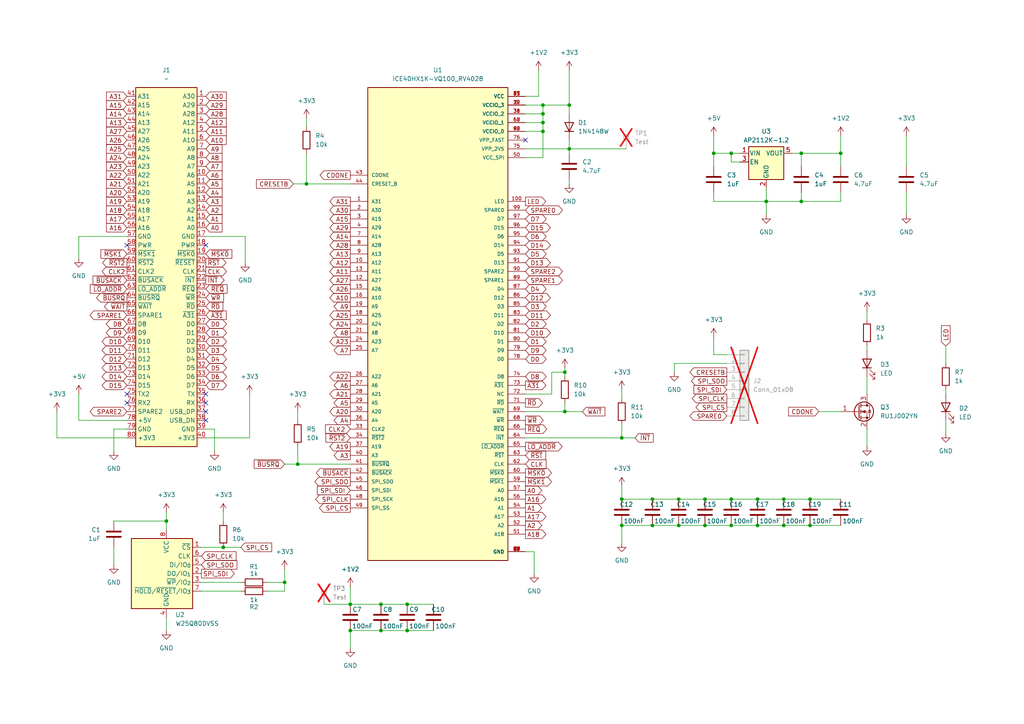
<source format=kicad_sch>
(kicad_sch (version 20250114) (generator "eeschema") (generator_version "9.0")
  (paper "A4")
  (title_block (title "RV4028 CPU Module") (date "2025-10-25") (rev "v0.1") (company "Team Rebellion"))
  (junction (at 165.1 30.48))
  (junction (at 196.85 152.4))
  (junction (at 86.36 134.62))
  (junction (at 110.49 175.26))
  (junction (at 180.34 127))
  (junction (at 110.49 182.88))
  (junction (at 157.48 30.48))
  (junction (at 101.6 182.88))
  (junction (at 243.84 44.45))
  (junction (at 101.6 175.26))
  (junction (at 157.48 35.56))
  (junction (at 204.47 152.4))
  (junction (at 157.48 38.1))
  (junction (at 180.34 152.4))
  (junction (at 82.55 168.91))
  (junction (at 227.33 152.4))
  (junction (at 64.77 158.75))
  (junction (at 88.9 53.34))
  (junction (at 189.23 152.4))
  (junction (at 204.47 144.78))
  (junction (at 232.41 44.45))
  (junction (at 212.09 44.45))
  (junction (at 163.83 107.95))
  (junction (at 118.11 175.26))
  (junction (at 234.95 144.78))
  (junction (at 165.1 43.18))
  (junction (at 48.26 151.13))
  (junction (at 189.23 144.78))
  (junction (at 196.85 144.78))
  (junction (at 227.33 144.78))
  (junction (at 118.11 182.88))
  (junction (at 232.41 58.42))
  (junction (at 180.34 144.78))
  (junction (at 207.01 44.45))
  (junction (at 157.48 33.02))
  (junction (at 219.71 144.78))
  (junction (at 163.83 119.38))
  (junction (at 212.09 152.4))
  (junction (at 212.09 144.78))
  (junction (at 219.71 152.4))
  (junction (at 234.95 152.4))
  (junction (at 222.25 58.42))
  (no_connect (at 59.69 116.84))
  (no_connect (at 36.83 116.84))
  (no_connect (at 59.69 114.3))
  (no_connect (at 59.69 121.92))
  (no_connect (at 152.4 40.64))
  (no_connect (at 59.69 71.12))
  (no_connect (at 36.83 71.12))
  (no_connect (at 36.83 114.3))
  (no_connect (at 59.69 119.38))
  (wire (pts (xy 163.83 119.38) (xy 152.4 119.38)))
  (wire (pts (xy 58.42 171.45) (xy 69.85 171.45)))
  (wire (pts (xy 152.4 114.3) (xy 160.02 114.3)))
  (wire (pts (xy 72.39 114.3) (xy 72.39 127)))
  (wire (pts (xy 165.1 33.02) (xy 165.1 30.48)))
  (wire (pts (xy 48.26 179.07) (xy 48.26 182.88)))
  (wire (pts (xy 243.84 44.45) (xy 243.84 48.26)))
  (wire (pts (xy 232.41 44.45) (xy 232.41 48.26)))
  (wire (pts (xy 152.4 160.02) (xy 154.94 160.02)))
  (wire (pts (xy 101.6 182.88) (xy 101.6 187.96)))
  (wire (pts (xy 22.86 121.92) (xy 22.86 114.3)))
  (wire (pts (xy 243.84 58.42) (xy 232.41 58.42)))
  (wire (pts (xy 204.47 152.4) (xy 212.09 152.4)))
  (wire (pts (xy 262.89 39.37) (xy 262.89 48.26)))
  (wire (pts (xy 219.71 152.4) (xy 227.33 152.4)))
  (wire (pts (xy 165.1 30.48) (xy 165.1 20.32)))
  (wire (pts (xy 36.83 124.46) (xy 33.02 124.46)))
  (wire (pts (xy 251.46 90.17) (xy 251.46 92.71)))
  (wire (pts (xy 82.55 168.91) (xy 82.55 165.1)))
  (wire (pts (xy 180.34 140.97) (xy 180.34 144.78)))
  (wire (pts (xy 168.91 119.38) (xy 163.83 119.38)))
  (wire (pts (xy 16.51 119.38) (xy 16.51 127)))
  (wire (pts (xy 33.02 151.13) (xy 48.26 151.13)))
  (wire (pts (xy 180.34 152.4) (xy 189.23 152.4)))
  (wire (pts (xy 207.01 102.87) (xy 207.01 97.79)))
  (wire (pts (xy 152.4 45.72) (xy 157.48 45.72)))
  (wire (pts (xy 207.01 39.37) (xy 207.01 44.45)))
  (wire (pts (xy 152.4 27.94) (xy 156.21 27.94)))
  (wire (pts (xy 64.77 148.59) (xy 64.77 151.13)))
  (wire (pts (xy 165.1 43.18) (xy 181.61 43.18)))
  (wire (pts (xy 157.48 33.02) (xy 157.48 35.56)))
  (wire (pts (xy 180.34 127) (xy 152.4 127)))
  (wire (pts (xy 207.01 58.42) (xy 222.25 58.42)))
  (wire (pts (xy 196.85 152.4) (xy 204.47 152.4)))
  (wire (pts (xy 207.01 44.45) (xy 207.01 48.26)))
  (wire (pts (xy 163.83 107.95) (xy 163.83 109.22)))
  (wire (pts (xy 22.86 74.93) (xy 22.86 68.58)))
  (wire (pts (xy 274.32 121.92) (xy 274.32 125.73)))
  (wire (pts (xy 234.95 152.4) (xy 243.84 152.4)))
  (wire (pts (xy 157.48 45.72) (xy 157.48 38.1)))
  (wire (pts (xy 204.47 144.78) (xy 212.09 144.78)))
  (wire (pts (xy 196.85 144.78) (xy 204.47 144.78)))
  (wire (pts (xy 234.95 144.78) (xy 243.84 144.78)))
  (wire (pts (xy 165.1 43.18) (xy 165.1 40.64)))
  (wire (pts (xy 229.87 44.45) (xy 232.41 44.45)))
  (wire (pts (xy 152.4 38.1) (xy 157.48 38.1)))
  (wire (pts (xy 156.21 27.94) (xy 156.21 20.32)))
  (wire (pts (xy 59.69 124.46) (xy 62.23 124.46)))
  (wire (pts (xy 88.9 44.45) (xy 88.9 53.34)))
  (wire (pts (xy 214.63 46.99) (xy 212.09 46.99)))
  (wire (pts (xy 118.11 182.88) (xy 125.73 182.88)))
  (wire (pts (xy 85.09 53.34) (xy 88.9 53.34)))
  (wire (pts (xy 251.46 124.46) (xy 251.46 129.54)))
  (wire (pts (xy 180.34 113.03) (xy 180.34 115.57)))
  (wire (pts (xy 86.36 129.54) (xy 86.36 134.62)))
  (wire (pts (xy 212.09 44.45) (xy 214.63 44.45)))
  (wire (pts (xy 210.82 105.41) (xy 195.58 105.41)))
  (wire (pts (xy 160.02 107.95) (xy 163.83 107.95)))
  (wire (pts (xy 86.36 119.38) (xy 86.36 121.92)))
  (wire (pts (xy 88.9 53.34) (xy 101.6 53.34)))
  (wire (pts (xy 157.48 35.56) (xy 157.48 38.1)))
  (wire (pts (xy 22.86 68.58) (xy 36.83 68.58)))
  (wire (pts (xy 152.4 35.56) (xy 157.48 35.56)))
  (wire (pts (xy 251.46 101.6) (xy 251.46 100.33)))
  (wire (pts (xy 16.51 127) (xy 36.83 127)))
  (wire (pts (xy 274.32 114.3) (xy 274.32 113.03)))
  (wire (pts (xy 163.83 116.84) (xy 163.83 119.38)))
  (wire (pts (xy 58.42 168.91) (xy 69.85 168.91)))
  (wire (pts (xy 71.12 68.58) (xy 71.12 76.2)))
  (wire (pts (xy 152.4 30.48) (xy 157.48 30.48)))
  (wire (pts (xy 222.25 54.61) (xy 222.25 58.42)))
  (wire (pts (xy 227.33 152.4) (xy 234.95 152.4)))
  (wire (pts (xy 48.26 148.59) (xy 48.26 151.13)))
  (wire (pts (xy 184.15 127) (xy 180.34 127)))
  (wire (pts (xy 157.48 30.48) (xy 157.48 33.02)))
  (wire (pts (xy 110.49 175.26) (xy 118.11 175.26)))
  (wire (pts (xy 118.11 175.26) (xy 125.73 175.26)))
  (wire (pts (xy 195.58 105.41) (xy 195.58 107.95)))
  (wire (pts (xy 152.4 33.02) (xy 157.48 33.02)))
  (wire (pts (xy 59.69 127) (xy 72.39 127)))
  (wire (pts (xy 86.36 134.62) (xy 101.6 134.62)))
  (wire (pts (xy 152.4 43.18) (xy 165.1 43.18)))
  (wire (pts (xy 62.23 124.46) (xy 62.23 130.81)))
  (wire (pts (xy 243.84 55.88) (xy 243.84 58.42)))
  (wire (pts (xy 212.09 144.78) (xy 219.71 144.78)))
  (wire (pts (xy 82.55 171.45) (xy 82.55 168.91)))
  (wire (pts (xy 189.23 152.4) (xy 196.85 152.4)))
  (wire (pts (xy 222.25 58.42) (xy 232.41 58.42)))
  (wire (pts (xy 64.77 158.75) (xy 58.42 158.75)))
  (wire (pts (xy 101.6 182.88) (xy 110.49 182.88)))
  (wire (pts (xy 212.09 46.99) (xy 212.09 44.45)))
  (wire (pts (xy 77.47 171.45) (xy 82.55 171.45)))
  (wire (pts (xy 212.09 152.4) (xy 219.71 152.4)))
  (wire (pts (xy 110.49 182.88) (xy 118.11 182.88)))
  (wire (pts (xy 163.83 106.68) (xy 163.83 107.95)))
  (wire (pts (xy 69.85 158.75) (xy 64.77 158.75)))
  (wire (pts (xy 59.69 68.58) (xy 71.12 68.58)))
  (wire (pts (xy 262.89 55.88) (xy 262.89 62.23)))
  (wire (pts (xy 243.84 44.45) (xy 243.84 39.37)))
  (wire (pts (xy 219.71 144.78) (xy 227.33 144.78)))
  (wire (pts (xy 165.1 52.07) (xy 165.1 53.34)))
  (wire (pts (xy 237.49 119.38) (xy 243.84 119.38)))
  (wire (pts (xy 36.83 121.92) (xy 22.86 121.92)))
  (wire (pts (xy 77.47 168.91) (xy 82.55 168.91)))
  (wire (pts (xy 180.34 123.19) (xy 180.34 127)))
  (wire (pts (xy 251.46 109.22) (xy 251.46 114.3)))
  (wire (pts (xy 165.1 44.45) (xy 165.1 43.18)))
  (wire (pts (xy 227.33 144.78) (xy 234.95 144.78)))
  (wire (pts (xy 189.23 144.78) (xy 196.85 144.78)))
  (wire (pts (xy 33.02 124.46) (xy 33.02 130.81)))
  (wire (pts (xy 48.26 151.13) (xy 48.26 153.67)))
  (wire (pts (xy 160.02 114.3) (xy 160.02 107.95)))
  (wire (pts (xy 180.34 144.78) (xy 189.23 144.78)))
  (wire (pts (xy 274.32 105.41) (xy 274.32 100.33)))
  (wire (pts (xy 222.25 58.42) (xy 222.25 62.23)))
  (wire (pts (xy 88.9 34.29) (xy 88.9 36.83)))
  (wire (pts (xy 207.01 44.45) (xy 212.09 44.45)))
  (wire (pts (xy 33.02 158.75) (xy 33.02 163.83)))
  (wire (pts (xy 232.41 58.42) (xy 232.41 55.88)))
  (wire (pts (xy 157.48 30.48) (xy 165.1 30.48)))
  (wire (pts (xy 101.6 170.18) (xy 101.6 175.26)))
  (wire (pts (xy 207.01 55.88) (xy 207.01 58.42)))
  (wire (pts (xy 101.6 175.26) (xy 110.49 175.26)))
  (wire (pts (xy 180.34 152.4) (xy 180.34 157.48)))
  (wire (pts (xy 93.98 175.26) (xy 101.6 175.26)))
  (wire (pts (xy 207.01 102.87) (xy 210.82 102.87)))
  (wire (pts (xy 82.55 134.62) (xy 86.36 134.62)))
  (wire (pts (xy 232.41 44.45) (xy 243.84 44.45)))
  (wire (pts (xy 154.94 160.02) (xy 154.94 166.37)))
  (global_label "A21" (shape output) (at 101.6 114.3 180) (property "Intersheetrefs" "${INTERSHEET_REFS}" (effects (hide yes))))
  (global_label "A7" (shape output) (at 101.6 101.6 180) (property "Intersheetrefs" "${INTERSHEET_REFS}" (effects (hide yes))))
  (global_label "~{WR}" (shape input) (at 59.69 86.36 0) (property "Intersheetrefs" "${INTERSHEET_REFS}" (effects (hide yes))))
  (global_label "~{BUSRQ}" (shape input) (at 82.55 134.62 180) (property "Intersheetrefs" "${INTERSHEET_REFS}" (effects (hide yes))))
  (global_label "~{LO_ADDR}" (shape input) (at 36.83 83.82 180) (property "Intersheetrefs" "${INTERSHEET_REFS}" (effects (hide yes))))
  (global_label "SPI_SDI" (shape output) (at 58.42 166.37 0) (property "Intersheetrefs" "${INTERSHEET_REFS}" (effects (hide yes))))
  (global_label "~{MSK0}" (shape input) (at 59.69 73.66 0) (property "Intersheetrefs" "${INTERSHEET_REFS}" (effects (hide yes))))
  (global_label "~{MSK0}" (shape output) (at 152.4 137.16 0) (property "Intersheetrefs" "${INTERSHEET_REFS}" (effects (hide yes))))
  (global_label "D1" (shape bidirectional) (at 59.69 96.52 0) (property "Intersheetrefs" "${INTERSHEET_REFS}" (effects (hide yes))))
  (global_label "LED" (shape output) (at 152.4 58.42 0) (property "Intersheetrefs" "${INTERSHEET_REFS}" (effects (hide yes))))
  (global_label "D1" (shape bidirectional) (at 152.4 99.06 0) (property "Intersheetrefs" "${INTERSHEET_REFS}" (effects (hide yes))))
  (global_label "A12" (shape input) (at 59.69 35.56 0) (property "Intersheetrefs" "${INTERSHEET_REFS}" (effects (hide yes))))
  (global_label "D15" (shape bidirectional) (at 152.4 66.04 0) (property "Intersheetrefs" "${INTERSHEET_REFS}" (effects (hide yes))))
  (global_label "D5" (shape bidirectional) (at 152.4 73.66 0) (property "Intersheetrefs" "${INTERSHEET_REFS}" (effects (hide yes))))
  (global_label "A22" (shape output) (at 101.6 109.22 180) (property "Intersheetrefs" "${INTERSHEET_REFS}" (effects (hide yes))))
  (global_label "A0" (shape input) (at 59.69 66.04 0) (property "Intersheetrefs" "${INTERSHEET_REFS}" (effects (hide yes))))
  (global_label "A22" (shape input) (at 36.83 50.8 180) (property "Intersheetrefs" "${INTERSHEET_REFS}" (effects (hide yes))))
  (global_label "A6" (shape output) (at 101.6 111.76 180) (property "Intersheetrefs" "${INTERSHEET_REFS}" (effects (hide yes))))
  (global_label "A20" (shape input) (at 36.83 55.88 180) (property "Intersheetrefs" "${INTERSHEET_REFS}" (effects (hide yes))))
  (global_label "A12" (shape output) (at 101.6 76.2 180) (property "Intersheetrefs" "${INTERSHEET_REFS}" (effects (hide yes))))
  (global_label "SPI_SDO" (shape output) (at 210.82 110.49 180) (property "Intersheetrefs" "${INTERSHEET_REFS}" (effects (hide yes))))
  (global_label "~{BUSRQ}" (shape output) (at 36.83 86.36 180) (property "Intersheetrefs" "${INTERSHEET_REFS}" (effects (hide yes))))
  (global_label "CLK" (shape output) (at 59.69 78.74 0) (property "Intersheetrefs" "${INTERSHEET_REFS}" (effects (hide yes))))
  (global_label "A16" (shape output) (at 152.4 144.78 0) (property "Intersheetrefs" "${INTERSHEET_REFS}" (effects (hide yes))))
  (global_label "D7" (shape bidirectional) (at 152.4 63.5 0) (property "Intersheetrefs" "${INTERSHEET_REFS}" (effects (hide yes))))
  (global_label "D11" (shape bidirectional) (at 36.83 101.6 180) (property "Intersheetrefs" "${INTERSHEET_REFS}" (effects (hide yes))))
  (global_label "A24" (shape output) (at 101.6 93.98 180) (property "Intersheetrefs" "${INTERSHEET_REFS}" (effects (hide yes))))
  (global_label "A1" (shape output) (at 152.4 147.32 0) (property "Intersheetrefs" "${INTERSHEET_REFS}" (effects (hide yes))))
  (global_label "SPARE1" (shape bidirectional) (at 36.83 91.44 180) (property "Intersheetrefs" "${INTERSHEET_REFS}" (effects (hide yes))))
  (global_label "D6" (shape bidirectional) (at 59.69 109.22 0) (property "Intersheetrefs" "${INTERSHEET_REFS}" (effects (hide yes))))
  (global_label "~{REQ}" (shape output) (at 152.4 124.46 0) (property "Intersheetrefs" "${INTERSHEET_REFS}" (effects (hide yes))))
  (global_label "~{WR}" (shape output) (at 152.4 121.92 0) (property "Intersheetrefs" "${INTERSHEET_REFS}" (effects (hide yes))))
  (global_label "CDONE" (shape input) (at 237.49 119.38 180) (property "Intersheetrefs" "${INTERSHEET_REFS}" (effects (hide yes))))
  (global_label "SPI_SDI" (shape input) (at 210.82 113.03 180) (property "Intersheetrefs" "${INTERSHEET_REFS}" (effects (hide yes))))
  (global_label "A18" (shape output) (at 152.4 154.94 0) (property "Intersheetrefs" "${INTERSHEET_REFS}" (effects (hide yes))))
  (global_label "A2" (shape output) (at 152.4 152.4 0) (property "Intersheetrefs" "${INTERSHEET_REFS}" (effects (hide yes))))
  (global_label "A11" (shape output) (at 101.6 78.74 180) (property "Intersheetrefs" "${INTERSHEET_REFS}" (effects (hide yes))))
  (global_label "D3" (shape bidirectional) (at 59.69 101.6 0) (property "Intersheetrefs" "${INTERSHEET_REFS}" (effects (hide yes))))
  (global_label "D12" (shape bidirectional) (at 36.83 104.14 180) (property "Intersheetrefs" "${INTERSHEET_REFS}" (effects (hide yes))))
  (global_label "SPI_CLK" (shape output) (at 210.82 115.57 180) (property "Intersheetrefs" "${INTERSHEET_REFS}" (effects (hide yes))))
  (global_label "A28" (shape input) (at 59.69 33.02 0) (property "Intersheetrefs" "${INTERSHEET_REFS}" (effects (hide yes))))
  (global_label "D11" (shape bidirectional) (at 152.4 91.44 0) (property "Intersheetrefs" "${INTERSHEET_REFS}" (effects (hide yes))))
  (global_label "~{WAIT}" (shape input) (at 168.91 119.38 0) (property "Intersheetrefs" "${INTERSHEET_REFS}" (effects (hide yes))))
  (global_label "A27" (shape input) (at 36.83 38.1 180) (property "Intersheetrefs" "${INTERSHEET_REFS}" (effects (hide yes))))
  (global_label "A30" (shape output) (at 101.6 60.96 180) (property "Intersheetrefs" "${INTERSHEET_REFS}" (effects (hide yes))))
  (global_label "A26" (shape output) (at 101.6 83.82 180) (property "Intersheetrefs" "${INTERSHEET_REFS}" (effects (hide yes))))
  (global_label "~{MSK1}" (shape output) (at 152.4 139.7 0) (property "Intersheetrefs" "${INTERSHEET_REFS}" (effects (hide yes))))
  (global_label "A2" (shape input) (at 59.69 60.96 0) (property "Intersheetrefs" "${INTERSHEET_REFS}" (effects (hide yes))))
  (global_label "A26" (shape input) (at 36.83 40.64 180) (property "Intersheetrefs" "${INTERSHEET_REFS}" (effects (hide yes))))
  (global_label "D12" (shape bidirectional) (at 152.4 86.36 0) (property "Intersheetrefs" "${INTERSHEET_REFS}" (effects (hide yes))))
  (global_label "A21" (shape input) (at 36.83 53.34 180) (property "Intersheetrefs" "${INTERSHEET_REFS}" (effects (hide yes))))
  (global_label "A10" (shape input) (at 59.69 40.64 0) (property "Intersheetrefs" "${INTERSHEET_REFS}" (effects (hide yes))))
  (global_label "~{RD}" (shape output) (at 152.4 116.84 0) (property "Intersheetrefs" "${INTERSHEET_REFS}" (effects (hide yes))))
  (global_label "CLK2" (shape output) (at 36.83 78.74 180) (property "Intersheetrefs" "${INTERSHEET_REFS}" (effects (hide yes))))
  (global_label "A18" (shape input) (at 36.83 60.96 180) (property "Intersheetrefs" "${INTERSHEET_REFS}" (effects (hide yes))))
  (global_label "A16" (shape input) (at 36.83 66.04 180) (property "Intersheetrefs" "${INTERSHEET_REFS}" (effects (hide yes))))
  (global_label "D5" (shape bidirectional) (at 59.69 106.68 0) (property "Intersheetrefs" "${INTERSHEET_REFS}" (effects (hide yes))))
  (global_label "D2" (shape bidirectional) (at 59.69 99.06 0) (property "Intersheetrefs" "${INTERSHEET_REFS}" (effects (hide yes))))
  (global_label "A14" (shape output) (at 101.6 68.58 180) (property "Intersheetrefs" "${INTERSHEET_REFS}" (effects (hide yes))))
  (global_label "D2" (shape bidirectional) (at 152.4 93.98 0) (property "Intersheetrefs" "${INTERSHEET_REFS}" (effects (hide yes))))
  (global_label "SPI_CLK" (shape output) (at 101.6 144.78 180) (property "Intersheetrefs" "${INTERSHEET_REFS}" (effects (hide yes))))
  (global_label "~{WAIT}" (shape output) (at 36.83 88.9 180) (property "Intersheetrefs" "${INTERSHEET_REFS}" (effects (hide yes))))
  (global_label "D4" (shape bidirectional) (at 152.4 83.82 0) (property "Intersheetrefs" "${INTERSHEET_REFS}" (effects (hide yes))))
  (global_label "A4" (shape output) (at 101.6 121.92 180) (property "Intersheetrefs" "${INTERSHEET_REFS}" (effects (hide yes))))
  (global_label "~{MSK1}" (shape input) (at 36.83 73.66 180) (property "Intersheetrefs" "${INTERSHEET_REFS}" (effects (hide yes))))
  (global_label "~{RST}" (shape input) (at 152.4 132.08 0) (property "Intersheetrefs" "${INTERSHEET_REFS}" (effects (hide yes))))
  (global_label "A4" (shape input) (at 59.69 55.88 0) (property "Intersheetrefs" "${INTERSHEET_REFS}" (effects (hide yes))))
  (global_label "D4" (shape bidirectional) (at 59.69 104.14 0) (property "Intersheetrefs" "${INTERSHEET_REFS}" (effects (hide yes))))
  (global_label "A28" (shape output) (at 101.6 71.12 180) (property "Intersheetrefs" "${INTERSHEET_REFS}" (effects (hide yes))))
  (global_label "~{BUSACK}" (shape output) (at 101.6 137.16 180) (property "Intersheetrefs" "${INTERSHEET_REFS}" (effects (hide yes))))
  (global_label "D0" (shape bidirectional) (at 59.69 93.98 0) (property "Intersheetrefs" "${INTERSHEET_REFS}" (effects (hide yes))))
  (global_label "SPI_SDI" (shape input) (at 101.6 142.24 180) (property "Intersheetrefs" "${INTERSHEET_REFS}" (effects (hide yes))))
  (global_label "A25" (shape input) (at 36.83 43.18 180) (property "Intersheetrefs" "${INTERSHEET_REFS}" (effects (hide yes))))
  (global_label "SPI_CLK" (shape input) (at 58.42 161.29 0) (property "Intersheetrefs" "${INTERSHEET_REFS}" (effects (hide yes))))
  (global_label "A24" (shape input) (at 36.83 45.72 180) (property "Intersheetrefs" "${INTERSHEET_REFS}" (effects (hide yes))))
  (global_label "A23" (shape input) (at 36.83 48.26 180) (property "Intersheetrefs" "${INTERSHEET_REFS}" (effects (hide yes))))
  (global_label "A19" (shape input) (at 36.83 58.42 180) (property "Intersheetrefs" "${INTERSHEET_REFS}" (effects (hide yes))))
  (global_label "A31" (shape output) (at 101.6 58.42 180) (property "Intersheetrefs" "${INTERSHEET_REFS}" (effects (hide yes))))
  (global_label "~{INT}" (shape input) (at 184.15 127 0) (property "Intersheetrefs" "${INTERSHEET_REFS}" (effects (hide yes))))
  (global_label "A10" (shape output) (at 101.6 86.36 180) (property "Intersheetrefs" "${INTERSHEET_REFS}" (effects (hide yes))))
  (global_label "A8" (shape output) (at 101.6 96.52 180) (property "Intersheetrefs" "${INTERSHEET_REFS}" (effects (hide yes))))
  (global_label "CLK2" (shape input) (at 101.6 124.46 180) (property "Intersheetrefs" "${INTERSHEET_REFS}" (effects (hide yes))))
  (global_label "D10" (shape bidirectional) (at 152.4 96.52 0) (property "Intersheetrefs" "${INTERSHEET_REFS}" (effects (hide yes))))
  (global_label "~{RST2}" (shape output) (at 36.83 76.2 180) (property "Intersheetrefs" "${INTERSHEET_REFS}" (effects (hide yes))))
  (global_label "A13" (shape output) (at 101.6 73.66 180) (property "Intersheetrefs" "${INTERSHEET_REFS}" (effects (hide yes))))
  (global_label "D0" (shape bidirectional) (at 152.4 104.14 0) (property "Intersheetrefs" "${INTERSHEET_REFS}" (effects (hide yes))))
  (global_label "~{A31}" (shape output) (at 152.4 111.76 0) (property "Intersheetrefs" "${INTERSHEET_REFS}" (effects (hide yes))))
  (global_label "A6" (shape input) (at 59.69 50.8 0) (property "Intersheetrefs" "${INTERSHEET_REFS}" (effects (hide yes))))
  (global_label "A17" (shape output) (at 152.4 149.86 0) (property "Intersheetrefs" "${INTERSHEET_REFS}" (effects (hide yes))))
  (global_label "~{RD}" (shape input) (at 59.69 88.9 0) (property "Intersheetrefs" "${INTERSHEET_REFS}" (effects (hide yes))))
  (global_label "A14" (shape input) (at 36.83 33.02 180) (property "Intersheetrefs" "${INTERSHEET_REFS}" (effects (hide yes))))
  (global_label "SPI_CS" (shape output) (at 101.6 147.32 180) (property "Intersheetrefs" "${INTERSHEET_REFS}" (effects (hide yes))))
  (global_label "A15" (shape input) (at 36.83 30.48 180) (property "Intersheetrefs" "${INTERSHEET_REFS}" (effects (hide yes))))
  (global_label "SPI_CS" (shape input) (at 69.85 158.75 0) (property "Intersheetrefs" "${INTERSHEET_REFS}" (effects (hide yes))))
  (global_label "CRESETB" (shape output) (at 210.82 107.95 180) (property "Intersheetrefs" "${INTERSHEET_REFS}" (effects (hide yes))))
  (global_label "A7" (shape input) (at 59.69 48.26 0) (property "Intersheetrefs" "${INTERSHEET_REFS}" (effects (hide yes))))
  (global_label "~{LO_ADDR}" (shape output) (at 152.4 129.54 0) (property "Intersheetrefs" "${INTERSHEET_REFS}" (effects (hide yes))))
  (global_label "SPARE1" (shape bidirectional) (at 152.4 81.28 0) (property "Intersheetrefs" "${INTERSHEET_REFS}" (effects (hide yes))))
  (global_label "D13" (shape bidirectional) (at 152.4 76.2 0) (property "Intersheetrefs" "${INTERSHEET_REFS}" (effects (hide yes))))
  (global_label "CRESETB" (shape input) (at 85.09 53.34 180) (property "Intersheetrefs" "${INTERSHEET_REFS}" (effects (hide yes))))
  (global_label "D7" (shape bidirectional) (at 59.69 111.76 0) (property "Intersheetrefs" "${INTERSHEET_REFS}" (effects (hide yes))))
  (global_label "A9" (shape input) (at 59.69 43.18 0) (property "Intersheetrefs" "${INTERSHEET_REFS}" (effects (hide yes))))
  (global_label "SPI_CS" (shape output) (at 210.82 118.11 180) (property "Intersheetrefs" "${INTERSHEET_REFS}" (effects (hide yes))))
  (global_label "A13" (shape input) (at 36.83 35.56 180) (property "Intersheetrefs" "${INTERSHEET_REFS}" (effects (hide yes))))
  (global_label "A27" (shape output) (at 101.6 81.28 180) (property "Intersheetrefs" "${INTERSHEET_REFS}" (effects (hide yes))))
  (global_label "A29" (shape input) (at 59.69 30.48 0) (property "Intersheetrefs" "${INTERSHEET_REFS}" (effects (hide yes))))
  (global_label "A25" (shape output) (at 101.6 91.44 180) (property "Intersheetrefs" "${INTERSHEET_REFS}" (effects (hide yes))))
  (global_label "D10" (shape bidirectional) (at 36.83 99.06 180) (property "Intersheetrefs" "${INTERSHEET_REFS}" (effects (hide yes))))
  (global_label "~{INT}" (shape output) (at 59.69 81.28 0) (property "Intersheetrefs" "${INTERSHEET_REFS}" (effects (hide yes))))
  (global_label "~{BUSACK}" (shape input) (at 36.83 81.28 180) (property "Intersheetrefs" "${INTERSHEET_REFS}" (effects (hide yes))))
  (global_label "A0" (shape output) (at 152.4 142.24 0) (property "Intersheetrefs" "${INTERSHEET_REFS}" (effects (hide yes))))
  (global_label "A8" (shape input) (at 59.69 45.72 0) (property "Intersheetrefs" "${INTERSHEET_REFS}" (effects (hide yes))))
  (global_label "D8" (shape bidirectional) (at 36.83 93.98 180) (property "Intersheetrefs" "${INTERSHEET_REFS}" (effects (hide yes))))
  (global_label "D14" (shape bidirectional) (at 36.83 109.22 180) (property "Intersheetrefs" "${INTERSHEET_REFS}" (effects (hide yes))))
  (global_label "CLK" (shape input) (at 152.4 134.62 0) (property "Intersheetrefs" "${INTERSHEET_REFS}" (effects (hide yes))))
  (global_label "~{RST2}" (shape input) (at 101.6 127 180) (property "Intersheetrefs" "${INTERSHEET_REFS}" (effects (hide yes))))
  (global_label "~{RST}" (shape output) (at 59.69 76.2 0) (property "Intersheetrefs" "${INTERSHEET_REFS}" (effects (hide yes))))
  (global_label "A29" (shape output) (at 101.6 66.04 180) (property "Intersheetrefs" "${INTERSHEET_REFS}" (effects (hide yes))))
  (global_label "~{REQ}" (shape input) (at 59.69 83.82 0) (property "Intersheetrefs" "${INTERSHEET_REFS}" (effects (hide yes))))
  (global_label "SPI_SDO" (shape input) (at 58.42 163.83 0) (property "Intersheetrefs" "${INTERSHEET_REFS}" (effects (hide yes))))
  (global_label "A9" (shape output) (at 101.6 88.9 180) (property "Intersheetrefs" "${INTERSHEET_REFS}" (effects (hide yes))))
  (global_label "D8" (shape bidirectional) (at 152.4 109.22 0) (property "Intersheetrefs" "${INTERSHEET_REFS}" (effects (hide yes))))
  (global_label "D6" (shape bidirectional) (at 152.4 68.58 0) (property "Intersheetrefs" "${INTERSHEET_REFS}" (effects (hide yes))))
  (global_label "SPARE0" (shape bidirectional) (at 210.82 120.65 180) (property "Intersheetrefs" "${INTERSHEET_REFS}" (effects (hide yes))))
  (global_label "SPARE2" (shape bidirectional) (at 152.4 78.74 0) (property "Intersheetrefs" "${INTERSHEET_REFS}" (effects (hide yes))))
  (global_label "D9" (shape bidirectional) (at 152.4 101.6 0) (property "Intersheetrefs" "${INTERSHEET_REFS}" (effects (hide yes))))
  (global_label "A23" (shape output) (at 101.6 99.06 180) (property "Intersheetrefs" "${INTERSHEET_REFS}" (effects (hide yes))))
  (global_label "A3" (shape input) (at 59.69 58.42 0) (property "Intersheetrefs" "${INTERSHEET_REFS}" (effects (hide yes))))
  (global_label "A31" (shape input) (at 36.83 27.94 180) (property "Intersheetrefs" "${INTERSHEET_REFS}" (effects (hide yes))))
  (global_label "CDONE" (shape output) (at 101.6 50.8 180) (property "Intersheetrefs" "${INTERSHEET_REFS}" (effects (hide yes))))
  (global_label "A3" (shape output) (at 101.6 132.08 180) (property "Intersheetrefs" "${INTERSHEET_REFS}" (effects (hide yes))))
  (global_label "A19" (shape output) (at 101.6 129.54 180) (property "Intersheetrefs" "${INTERSHEET_REFS}" (effects (hide yes))))
  (global_label "A30" (shape input) (at 59.69 27.94 0) (property "Intersheetrefs" "${INTERSHEET_REFS}" (effects (hide yes))))
  (global_label "D15" (shape bidirectional) (at 36.83 111.76 180) (property "Intersheetrefs" "${INTERSHEET_REFS}" (effects (hide yes))))
  (global_label "D3" (shape bidirectional) (at 152.4 88.9 0) (property "Intersheetrefs" "${INTERSHEET_REFS}" (effects (hide yes))))
  (global_label "A11" (shape input) (at 59.69 38.1 0) (property "Intersheetrefs" "${INTERSHEET_REFS}" (effects (hide yes))))
  (global_label "A5" (shape input) (at 59.69 53.34 0) (property "Intersheetrefs" "${INTERSHEET_REFS}" (effects (hide yes))))
  (global_label "LED" (shape input) (at 274.32 100.33 90) (property "Intersheetrefs" "${INTERSHEET_REFS}" (effects (hide yes))))
  (global_label "SPARE2" (shape bidirectional) (at 36.83 119.38 180) (property "Intersheetrefs" "${INTERSHEET_REFS}" (effects (hide yes))))
  (global_label "A1" (shape input) (at 59.69 63.5 0) (property "Intersheetrefs" "${INTERSHEET_REFS}" (effects (hide yes))))
  (global_label "A5" (shape output) (at 101.6 116.84 180) (property "Intersheetrefs" "${INTERSHEET_REFS}" (effects (hide yes))))
  (global_label "A15" (shape output) (at 101.6 63.5 180) (property "Intersheetrefs" "${INTERSHEET_REFS}" (effects (hide yes))))
  (global_label "~{A31}" (shape input) (at 59.69 91.44 0) (property "Intersheetrefs" "${INTERSHEET_REFS}" (effects (hide yes))))
  (global_label "A20" (shape output) (at 101.6 119.38 180) (property "Intersheetrefs" "${INTERSHEET_REFS}" (effects (hide yes))))
  (global_label "A17" (shape input) (at 36.83 63.5 180) (property "Intersheetrefs" "${INTERSHEET_REFS}" (effects (hide yes))))
  (global_label "D14" (shape bidirectional) (at 152.4 71.12 0) (property "Intersheetrefs" "${INTERSHEET_REFS}" (effects (hide yes))))
  (global_label "SPI_SDO" (shape output) (at 101.6 139.7 180) (property "Intersheetrefs" "${INTERSHEET_REFS}" (effects (hide yes))))
  (global_label "SPARE0" (shape bidirectional) (at 152.4 60.96 0) (property "Intersheetrefs" "${INTERSHEET_REFS}" (effects (hide yes))))
  (global_label "D9" (shape bidirectional) (at 36.83 96.52 180) (property "Intersheetrefs" "${INTERSHEET_REFS}" (effects (hide yes))))
  (global_label "D13" (shape bidirectional) (at 36.83 106.68 180) (property "Intersheetrefs" "${INTERSHEET_REFS}" (effects (hide yes))))
  (symbol (lib_id "power:GND") (at 262.89 62.23 0) (unit 1)
    (property "Reference" "#PWR027" (effects (hide yes)))
    (property "Value" "GND" (at 262.89 67.31 0))
    (property "Description" "Power symbol creates a global label with name \"GND\" , ground" (effects (hide yes)))
  )
  (symbol (lib_id "power:GND") (at 180.34 157.48 0) (unit 1)
    (property "Reference" "#PWR022" (effects (hide yes)))
    (property "Value" "GND" (at 180.34 162.56 0))
    (property "Description" "Power symbol creates a global label with name \"GND\" , ground" (effects (hide yes)))
  )
  (symbol (lib_id "RV4028:Dual_Conn") (at 48.26 125.73 0) (unit 1)
    (property "Reference" "J1" (at 48.26 20.32 0))
    (property "Value" "~" (at 48.26 22.86 0))
    (property "Footprint" "RV4028:ModuleHeader" (effects (hide yes)))
    (property "JLC" "C3410" (effects (hide yes)))
  )
  (symbol (lib_id "Device:R") (at 73.66 171.45 90) (mirror x) (unit 1)
    (property "Reference" "R2" (at 73.66 176.022 90))
    (property "Value" "1k" (at 73.66 173.99 90))
    (property "Footprint" "Resistor_SMD:R_0402_1005Metric" (effects (hide yes)))
    (property "Description" "Resistor" (effects (hide yes)))
    (property "JLC" "C11702" (effects (hide yes)))
  )
  (symbol (lib_id "Connector_Generic:Conn_01x08") (at 215.9 110.49 0) (unit 1) (dnp yes)
    (property "Reference" "J2" (at 218.44 110.4899 0) (effects (justify left)))
    (property "Value" "Conn_01x08" (at 218.44 113.0299 0) (effects (justify left)))
    (property "Footprint" "RV4028:PinHeader_1x08_P2.54mm_Vertical" (effects (hide yes)))
    (property "Description" "Generic connector, single row, 01x08, script generated (kicad-library-utils/schlib/autogen/connector/)" (effects (hide yes)))
  )
  (symbol (lib_id "Device:C") (at 212.09 148.59 0) (mirror x) (unit 1)
    (property "Reference" "C16" (at 215.392 146.304 0) (effects (justify right)))
    (property "Value" "100nF" (at 218.694 151.13 0) (effects (justify right)))
    (property "Footprint" "Capacitor_SMD:C_0402_1005Metric" (effects (hide yes)))
    (property "Description" "Unpolarized capacitor" (effects (hide yes)))
    (property "JLC" "C1525" (effects (hide yes)))
  )
  (symbol (lib_id "power:+9V") (at 262.89 39.37 0) (unit 1)
    (property "Reference" "#PWR013" (effects (hide yes)))
    (property "Value" "+3V3" (at 262.89 34.29 0))
    (property "Description" "Power symbol creates a global label with name \"+9V\"" (effects (hide yes)))
  )
  (symbol (lib_id "power:+9V") (at 64.77 148.59 0) (unit 1)
    (property "Reference" "#PWR031" (effects (hide yes)))
    (property "Value" "+3V3" (at 64.77 143.51 0))
    (property "Description" "Power symbol creates a global label with name \"+9V\"" (effects (hide yes)))
  )
  (symbol (lib_id "Device:LED") (at 251.46 105.41 90) (unit 1)
    (property "Reference" "D3" (at 255.27 105.7274 90) (effects (justify right)))
    (property "Value" "LED" (at 255.27 108.2674 90) (effects (justify right)))
    (property "Footprint" "LED_SMD:LED_0603_1608Metric" (effects (hide yes)))
    (property "Description" "Light emitting diode" (effects (hide yes)))
    (property "Sim.Pins" "1=K 2=A" (effects (hide yes)))
    (property "JLC" "C2290" (effects (hide yes)))
  )
  (symbol (lib_id "Device:C") (at 262.89 52.07 0) (unit 1)
    (property "Reference" "C5" (at 266.7 50.7999 0) (effects (justify left)))
    (property "Value" "4.7uF" (at 266.7 53.3399 0) (effects (justify left)))
    (property "Footprint" "Capacitor_SMD:C_0603_1608Metric" (effects (hide yes)))
    (property "Description" "Unpolarized capacitor" (effects (hide yes)))
    (property "JLC" "C19666" (effects (hide yes)))
  )
  (symbol (lib_id "RV4028:ICE40HX1K-VQ100_RV4028") (at 127 93.98 0) (unit 1)
    (property "Reference" "U1" (at 127 20.32 0))
    (property "Value" "ICE40HX1K-VQ100_RV4028" (at 127 22.86 0))
    (property "Footprint" "RV4028:QFP50P1600X1600X120-100N" (effects (hide yes)))
    (property "MF" "Lattice Semiconductor" (effects (hide yes)))
    (property "Description_1" "iCE40™ HX Field Programmable Gate Array (FPGA) IC 72 65536 1280 100-LQFP" (effects (hide yes)))
    (property "PACKAGE" "QFP-100" (effects (hide yes)))
    (property "Price" "None" (effects (hide yes)))
    (property "Package" "TQFP-100 Lattice Semiconductor" (effects (hide yes)))
    (property "Check_prices" "https://www.snapeda.com/parts/ICE40HX1K-VQ100/Lattice+Semiconductor/view-part/?ref=eda" (effects (hide yes)))
    (property "STANDARD" "IPC 7351B" (effects (hide yes)))
    (property "PARTREV" "3.4" (effects (hide yes)))
    (property "SnapEDA_Link" "https://www.snapeda.com/parts/ICE40HX1K-VQ100/Lattice+Semiconductor/view-part/?ref=snap" (effects (hide yes)))
    (property "MP" "ICE40HX1K-VQ100" (effects (hide yes)))
    (property "Availability" "In Stock" (effects (hide yes)))
    (property "MANUFACTURER" "LATTICE SEMICONDUCTOR" (effects (hide yes)))
    (property "JLC" "C1519043" (effects (hide yes)))
  )
  (symbol (lib_id "Device:C") (at 207.01 52.07 0) (unit 1)
    (property "Reference" "C3" (at 210.82 50.7999 0) (effects (justify left)))
    (property "Value" "1uF" (at 210.82 53.3399 0) (effects (justify left)))
    (property "Footprint" "Capacitor_SMD:C_0603_1608Metric" (effects (hide yes)))
    (property "Description" "Unpolarized capacitor" (effects (hide yes)))
    (property "JLC" "C15849" (effects (hide yes)))
  )
  (symbol (lib_id "Device:C") (at 110.49 179.07 0) (mirror x) (unit 1)
    (property "Reference" "C8" (at 113.792 176.784 0) (effects (justify right)))
    (property "Value" "100nF" (at 117.094 181.61 0) (effects (justify right)))
    (property "Footprint" "Capacitor_SMD:C_0402_1005Metric" (effects (hide yes)))
    (property "Description" "Unpolarized capacitor" (effects (hide yes)))
    (property "JLC" "C1525" (effects (hide yes)))
  )
  (symbol (lib_id "power:+9V") (at 251.46 90.17 0) (unit 1)
    (property "Reference" "#PWR015" (effects (hide yes)))
    (property "Value" "+3V3" (at 251.46 85.09 0))
    (property "Description" "Power symbol creates a global label with name \"+9V\"" (effects (hide yes)))
  )
  (symbol (lib_id "power:+9V") (at 72.39 114.3 0) (unit 1)
    (property "Reference" "#PWR025" (effects (hide yes)))
    (property "Value" "+3V3" (at 72.39 109.22 0))
    (property "Description" "Power symbol creates a global label with name \"+9V\"" (effects (hide yes)))
  )
  (symbol (lib_id "Device:C") (at 118.11 179.07 0) (mirror x) (unit 1)
    (property "Reference" "C9" (at 121.412 176.784 0) (effects (justify right)))
    (property "Value" "100nF" (at 124.714 181.61 0) (effects (justify right)))
    (property "Footprint" "Capacitor_SMD:C_0402_1005Metric" (effects (hide yes)))
    (property "Description" "Unpolarized capacitor" (effects (hide yes)))
    (property "JLC" "C1525" (effects (hide yes)))
  )
  (symbol (lib_id "power:GND") (at 71.12 76.2 0) (unit 1)
    (property "Reference" "#PWR028" (effects (hide yes)))
    (property "Value" "GND" (at 71.12 81.28 0))
    (property "Description" "Power symbol creates a global label with name \"GND\" , ground" (effects (hide yes)))
  )
  (symbol (lib_id "power:GND") (at 33.02 163.83 0) (unit 1)
    (property "Reference" "#PWR04" (effects (hide yes)))
    (property "Value" "GND" (at 33.02 168.91 0))
    (property "Description" "Power symbol creates a global label with name \"GND\" , ground" (effects (hide yes)))
  )
  (symbol (lib_id "Device:C") (at 204.47 148.59 0) (mirror x) (unit 1)
    (property "Reference" "C15" (at 207.772 146.304 0) (effects (justify right)))
    (property "Value" "100nF" (at 211.074 151.13 0) (effects (justify right)))
    (property "Footprint" "Capacitor_SMD:C_0402_1005Metric" (effects (hide yes)))
    (property "Description" "Unpolarized capacitor" (effects (hide yes)))
    (property "JLC" "C1525" (effects (hide yes)))
  )
  (symbol (lib_id "Device:LED") (at 274.32 118.11 90) (unit 1)
    (property "Reference" "D2" (at 278.13 118.4274 90) (effects (justify right)))
    (property "Value" "LED" (at 278.13 120.9674 90) (effects (justify right)))
    (property "Footprint" "LED_SMD:LED_0603_1608Metric" (effects (hide yes)))
    (property "Description" "Light emitting diode" (effects (hide yes)))
    (property "Sim.Pins" "1=K 2=A" (effects (hide yes)))
    (property "JLC" "C2286" (effects (hide yes)))
  )
  (symbol (lib_id "power:+9V") (at 16.51 119.38 0) (unit 1)
    (property "Reference" "#PWR026" (effects (hide yes)))
    (property "Value" "+3V3" (at 16.51 114.3 0))
    (property "Description" "Power symbol creates a global label with name \"+9V\"" (effects (hide yes)))
  )
  (symbol (lib_id "Device:D") (at 165.1 36.83 90) (unit 1)
    (property "Reference" "D1" (at 167.64 35.5599 90) (effects (justify right)))
    (property "Value" "1N4148W" (at 167.64 38.0999 90) (effects (justify right)))
    (property "Footprint" "Diode_SMD:D_SOD-123F" (effects (hide yes)))
    (property "Description" "Diode" (effects (hide yes)))
    (property "Sim.Device" "D" (effects (hide yes)))
    (property "Sim.Pins" "1=K 2=A" (effects (hide yes)))
    (property "JLC" "C81598" (effects (hide yes)))
  )
  (symbol (lib_id "power:GND") (at 165.1 53.34 0) (unit 1)
    (property "Reference" "#PWR012" (effects (hide yes)))
    (property "Value" "GND" (at 165.1 58.42 0))
    (property "Description" "Power symbol creates a global label with name \"GND\" , ground" (effects (hide yes)))
  )
  (symbol (lib_id "Device:R") (at 251.46 96.52 0) (unit 1)
    (property "Reference" "R3" (at 254 95.2499 0) (effects (justify left)))
    (property "Value" "1k" (at 254 97.7899 0) (effects (justify left)))
    (property "Footprint" "Resistor_SMD:R_0402_1005Metric" (effects (hide yes)))
    (property "Description" "Resistor" (effects (hide yes)))
    (property "JLC" "C11702" (effects (hide yes)))
  )
  (symbol (lib_id "Device:C") (at 196.85 148.59 0) (mirror x) (unit 1)
    (property "Reference" "C14" (at 200.152 146.304 0) (effects (justify right)))
    (property "Value" "100nF" (at 203.454 151.13 0) (effects (justify right)))
    (property "Footprint" "Capacitor_SMD:C_0402_1005Metric" (effects (hide yes)))
    (property "Description" "Unpolarized capacitor" (effects (hide yes)))
    (property "JLC" "C1525" (effects (hide yes)))
  )
  (symbol (lib_id "Device:R") (at 64.77 154.94 0) (unit 1)
    (property "Reference" "R6" (at 67.31 153.6699 0) (effects (justify left)))
    (property "Value" "10k" (at 67.31 156.2099 0) (effects (justify left)))
    (property "Footprint" "Resistor_SMD:R_0402_1005Metric" (effects (hide yes)))
    (property "Description" "Resistor" (effects (hide yes)))
    (property "JLC" "C25744" (effects (hide yes)))
  )
  (symbol (lib_id "Device:R") (at 163.83 113.03 0) (unit 1)
    (property "Reference" "R10" (at 166.37 111.7599 0) (effects (justify left)))
    (property "Value" "10k" (at 166.37 114.2999 0) (effects (justify left)))
    (property "Footprint" "Resistor_SMD:R_0402_1005Metric" (effects (hide yes)))
    (property "Description" "Resistor" (effects (hide yes)))
    (property "JLC" "C25744" (effects (hide yes)))
  )
  (symbol (lib_id "Device:C") (at 234.95 148.59 0) (mirror x) (unit 1)
    (property "Reference" "C19" (at 238.252 146.304 0) (effects (justify right)))
    (property "Value" "100nF" (at 241.554 151.13 0) (effects (justify right)))
    (property "Footprint" "Capacitor_SMD:C_0402_1005Metric" (effects (hide yes)))
    (property "Description" "Unpolarized capacitor" (effects (hide yes)))
    (property "JLC" "C1525" (effects (hide yes)))
  )
  (symbol (lib_id "Device:R") (at 88.9 40.64 0) (unit 1)
    (property "Reference" "R4" (at 91.44 39.3699 0) (effects (justify left)))
    (property "Value" "10k" (at 91.44 41.9099 0) (effects (justify left)))
    (property "Footprint" "Resistor_SMD:R_0402_1005Metric" (effects (hide yes)))
    (property "Description" "Resistor" (effects (hide yes)))
    (property "JLC" "C25744" (effects (hide yes)))
  )
  (symbol (lib_id "power:GND") (at 48.26 182.88 0) (unit 1)
    (property "Reference" "#PWR03" (effects (hide yes)))
    (property "Value" "GND" (at 48.26 187.96 0))
    (property "Description" "Power symbol creates a global label with name \"GND\" , ground" (effects (hide yes)))
  )
  (symbol (lib_id "power:GND") (at 251.46 129.54 0) (unit 1)
    (property "Reference" "#PWR014" (effects (hide yes)))
    (property "Value" "GND" (at 251.46 134.62 0))
    (property "Description" "Power symbol creates a global label with name \"GND\" , ground" (effects (hide yes)))
  )
  (symbol (lib_id "power:+3V3") (at 48.26 148.59 0) (unit 1)
    (property "Reference" "#PWR02" (effects (hide yes)))
    (property "Value" "+3V3" (at 48.26 143.51 0))
    (property "Description" "Power symbol creates a global label with name \"+3V3\"" (effects (hide yes)))
  )
  (symbol (lib_id "Transistor_FET:2N7002") (at 248.92 119.38 0) (unit 1)
    (property "Reference" "Q3" (at 255.27 118.1099 0) (effects (justify left)))
    (property "Value" "RU1J002YN" (at 255.27 120.6499 0) (effects (justify left)))
    (property "Footprint" "Package_TO_SOT_SMD:SOT-323_SC-70" (effects (hide yes)))
    (property "JLC" "C2842817" (effects (hide yes)))
  )
  (symbol (lib_id "power:+9V") (at 180.34 113.03 0) (unit 1)
    (property "Reference" "#PWR035" (effects (hide yes)))
    (property "Value" "+3V3" (at 180.34 107.95 0))
    (property "Description" "Power symbol creates a global label with name \"+9V\"" (effects (hide yes)))
  )
  (symbol (lib_id "power:+3V3") (at 207.01 97.79 0) (unit 1)
    (property "Reference" "#PWR016" (effects (hide yes)))
    (property "Value" "+3V3" (at 207.01 92.71 0))
    (property "Description" "Power symbol creates a global label with name \"+3V3\"" (effects (hide yes)))
  )
  (symbol (lib_id "Device:C") (at 243.84 148.59 0) (mirror x) (unit 1)
    (property "Reference" "C11" (at 247.142 146.304 0) (effects (justify right)))
    (property "Value" "100nF" (at 250.444 151.13 0) (effects (justify right)))
    (property "Footprint" "Capacitor_SMD:C_0402_1005Metric" (effects (hide yes)))
    (property "Description" "Unpolarized capacitor" (effects (hide yes)))
    (property "JLC" "C1525" (effects (hide yes)))
  )
  (symbol (lib_id "power:+3V3") (at 180.34 140.97 0) (unit 1)
    (property "Reference" "#PWR021" (effects (hide yes)))
    (property "Value" "+3V3" (at 180.34 135.89 0))
    (property "Description" "Power symbol creates a global label with name \"+3V3\"" (effects (hide yes)))
  )
  (symbol (lib_id "Connector:TestPoint") (at 93.98 175.26 0) (unit 1) (dnp yes)
    (property "Reference" "TP3" (at 96.52 170.6879 0) (effects (justify left)))
    (property "Value" "Test" (at 96.52 173.2279 0) (effects (justify left)))
    (property "Footprint" "TestPoint:TestPoint_Pad_1.5x1.5mm" (effects (hide yes)))
    (property "Description" "test point" (effects (hide yes)))
  )
  (symbol (lib_id "Device:C") (at 125.73 179.07 0) (mirror x) (unit 1)
    (property "Reference" "C10" (at 129.032 176.784 0) (effects (justify right)))
    (property "Value" "100nF" (at 132.334 181.61 0) (effects (justify right)))
    (property "Footprint" "Capacitor_SMD:C_0402_1005Metric" (effects (hide yes)))
    (property "Description" "Unpolarized capacitor" (effects (hide yes)))
    (property "JLC" "C1525" (effects (hide yes)))
  )
  (symbol (lib_id "power:+9V") (at 86.36 119.38 0) (unit 1)
    (property "Reference" "#PWR030" (effects (hide yes)))
    (property "Value" "+3V3" (at 86.36 114.3 0))
    (property "Description" "Power symbol creates a global label with name \"+9V\"" (effects (hide yes)))
  )
  (symbol (lib_id "Device:R") (at 86.36 125.73 0) (unit 1)
    (property "Reference" "R5" (at 88.9 124.4599 0) (effects (justify left)))
    (property "Value" "10k" (at 88.9 126.9999 0) (effects (justify left)))
    (property "Footprint" "Resistor_SMD:R_0402_1005Metric" (effects (hide yes)))
    (property "Description" "Resistor" (effects (hide yes)))
    (property "JLC" "C25744" (effects (hide yes)))
  )
  (symbol (lib_id "power:+3V3") (at 82.55 165.1 0) (unit 1)
    (property "Reference" "#PWR01" (effects (hide yes)))
    (property "Value" "+3V3" (at 82.55 160.02 0))
    (property "Description" "Power symbol creates a global label with name \"+3V3\"" (effects (hide yes)))
  )
  (symbol (lib_id "Device:C") (at 232.41 52.07 0) (unit 1)
    (property "Reference" "C4" (at 236.22 50.7999 0) (effects (justify left)))
    (property "Value" "1uF" (at 236.22 53.3399 0) (effects (justify left)))
    (property "Footprint" "Capacitor_SMD:C_0603_1608Metric" (effects (hide yes)))
    (property "Description" "Unpolarized capacitor" (effects (hide yes)))
    (property "JLC" "C15849" (effects (hide yes)))
  )
  (symbol (lib_id "power:+9V") (at 163.83 106.68 0) (unit 1)
    (property "Reference" "#PWR033" (effects (hide yes)))
    (property "Value" "+3V3" (at 163.83 101.6 0))
    (property "Description" "Power symbol creates a global label with name \"+9V\"" (effects (hide yes)))
  )
  (symbol (lib_id "Device:R") (at 274.32 109.22 0) (unit 1)
    (property "Reference" "R7" (at 276.86 107.9499 0) (effects (justify left)))
    (property "Value" "1k" (at 276.86 110.4899 0) (effects (justify left)))
    (property "Footprint" "Resistor_SMD:R_0402_1005Metric" (effects (hide yes)))
    (property "Description" "Resistor" (effects (hide yes)))
    (property "JLC" "C11702" (effects (hide yes)))
  )
  (symbol (lib_id "Connector:TestPoint") (at 181.61 43.18 0) (unit 1) (dnp yes)
    (property "Reference" "TP1" (at 184.15 38.6079 0) (effects (justify left)))
    (property "Value" "Test" (at 184.15 41.1479 0) (effects (justify left)))
    (property "Footprint" "TestPoint:TestPoint_Pad_1.5x1.5mm" (effects (hide yes)))
    (property "Description" "test point" (effects (hide yes)))
  )
  (symbol (lib_id "Device:C") (at 243.84 52.07 0) (unit 1)
    (property "Reference" "C6" (at 247.65 50.7999 0) (effects (justify left)))
    (property "Value" "4.7uF" (at 247.65 53.3399 0) (effects (justify left)))
    (property "Footprint" "Capacitor_SMD:C_0603_1608Metric" (effects (hide yes)))
    (property "Description" "Unpolarized capacitor" (effects (hide yes)))
    (property "JLC" "C19666" (effects (hide yes)))
  )
  (symbol (lib_id "Device:C") (at 180.34 148.59 0) (mirror x) (unit 1)
    (property "Reference" "C12" (at 183.642 146.304 0) (effects (justify right)))
    (property "Value" "100nF" (at 186.944 151.13 0) (effects (justify right)))
    (property "Footprint" "Capacitor_SMD:C_0402_1005Metric" (effects (hide yes)))
    (property "Description" "Unpolarized capacitor" (effects (hide yes)))
    (property "JLC" "C1525" (effects (hide yes)))
  )
  (symbol (lib_id "Device:C") (at 101.6 179.07 0) (mirror x) (unit 1)
    (property "Reference" "C7" (at 104.902 176.784 0) (effects (justify right)))
    (property "Value" "100nF" (at 108.204 181.61 0) (effects (justify right)))
    (property "Footprint" "Capacitor_SMD:C_0402_1005Metric" (effects (hide yes)))
    (property "Description" "Unpolarized capacitor" (effects (hide yes)))
    (property "JLC" "C1525" (effects (hide yes)))
  )
  (symbol (lib_id "Regulator_Linear:AP2112K-3.3") (at 222.25 46.99 0) (unit 1)
    (property "Reference" "U3" (at 222.25 38.1 0))
    (property "Value" "AP2112K-1.2" (at 222.25 40.64 0))
    (property "Footprint" "Package_TO_SOT_SMD:SOT-23-5" (effects (hide yes)))
    (property "Datasheet" "https://www.diodes.com/assets/Datasheets/AP2112.pdf" (effects (hide yes)))
    (property "Description" "600mA low dropout linear regulator, with enable pin, 3.8V-6V input voltage range, 3.3V fixed positive output, SOT-23-5" (effects (hide yes)))
    (property "JLC" "C460310" (effects (hide yes)))
  )
  (symbol (lib_id "power:GND") (at 274.32 125.73 0) (unit 1)
    (property "Reference" "#PWR032" (effects (hide yes)))
    (property "Value" "GND" (at 274.32 130.81 0))
    (property "Description" "Power symbol creates a global label with name \"GND\" , ground" (effects (hide yes)))
  )
  (symbol (lib_id "power:+3V3") (at 156.21 20.32 0) (unit 1)
    (property "Reference" "#PWR010" (effects (hide yes)))
    (property "Value" "+1V2" (at 156.21 15.24 0))
    (property "Description" "Power symbol creates a global label with name \"+3V3\"" (effects (hide yes)))
  )
  (symbol (lib_id "power:+9V") (at 88.9 34.29 0) (unit 1)
    (property "Reference" "#PWR018" (effects (hide yes)))
    (property "Value" "+3V3" (at 88.9 29.21 0))
    (property "Description" "Power symbol creates a global label with name \"+9V\"" (effects (hide yes)))
  )
  (symbol (lib_id "power:GND") (at 195.58 107.95 0) (unit 1)
    (property "Reference" "#PWR017" (effects (hide yes)))
    (property "Value" "GND" (at 195.58 113.03 0))
    (property "Description" "Power symbol creates a global label with name \"GND\" , ground" (effects (hide yes)))
  )
  (symbol (lib_id "power:GND") (at 22.86 74.93 0) (unit 1)
    (property "Reference" "#PWR029" (effects (hide yes)))
    (property "Value" "GND" (at 22.86 80.01 0))
    (property "Description" "Power symbol creates a global label with name \"GND\" , ground" (effects (hide yes)))
  )
  (symbol (lib_id "Device:R") (at 73.66 168.91 90) (unit 1)
    (property "Reference" "R1" (at 73.66 164.338 90))
    (property "Value" "1k" (at 73.66 166.37 90))
    (property "Footprint" "Resistor_SMD:R_0402_1005Metric" (effects (hide yes)))
    (property "Description" "Resistor" (effects (hide yes)))
    (property "JLC" "C11702" (effects (hide yes)))
  )
  (symbol (lib_id "Device:C") (at 189.23 148.59 0) (mirror x) (unit 1)
    (property "Reference" "C13" (at 192.532 146.304 0) (effects (justify right)))
    (property "Value" "100nF" (at 195.834 151.13 0) (effects (justify right)))
    (property "Footprint" "Capacitor_SMD:C_0402_1005Metric" (effects (hide yes)))
    (property "Description" "Unpolarized capacitor" (effects (hide yes)))
    (property "JLC" "C1525" (effects (hide yes)))
  )
  (symbol (lib_id "power:GND") (at 33.02 130.81 0) (unit 1)
    (property "Reference" "#PWR024" (effects (hide yes)))
    (property "Value" "GND" (at 33.02 135.89 0))
    (property "Description" "Power symbol creates a global label with name \"GND\" , ground" (effects (hide yes)))
  )
  (symbol (lib_id "Device:C") (at 219.71 148.59 0) (mirror x) (unit 1)
    (property "Reference" "C17" (at 223.012 146.304 0) (effects (justify right)))
    (property "Value" "100nF" (at 226.314 151.13 0) (effects (justify right)))
    (property "Footprint" "Capacitor_SMD:C_0402_1005Metric" (effects (hide yes)))
    (property "Description" "Unpolarized capacitor" (effects (hide yes)))
    (property "JLC" "C1525" (effects (hide yes)))
  )
  (symbol (lib_id "Device:C") (at 33.02 154.94 0) (mirror x) (unit 1)
    (property "Reference" "C1" (at 29.21 153.6699 0) (effects (justify right)))
    (property "Value" "1uF" (at 29.21 156.2099 0) (effects (justify right)))
    (property "Footprint" "Capacitor_SMD:C_0603_1608Metric" (effects (hide yes)))
    (property "Description" "Unpolarized capacitor" (effects (hide yes)))
    (property "JLC" "C15849" (effects (hide yes)))
  )
  (symbol (lib_id "power:+3V3") (at 243.84 39.37 0) (unit 1)
    (property "Reference" "#PWR09" (effects (hide yes)))
    (property "Value" "+1V2" (at 243.84 34.29 0))
    (property "Description" "Power symbol creates a global label with name \"+3V3\"" (effects (hide yes)))
  )
  (symbol (lib_id "Device:C") (at 165.1 48.26 0) (unit 1)
    (property "Reference" "C2" (at 168.91 46.9899 0) (effects (justify left)))
    (property "Value" "4.7uF" (at 168.91 49.5299 0) (effects (justify left)))
    (property "Footprint" "Capacitor_SMD:C_0603_1608Metric" (effects (hide yes)))
    (property "Description" "Unpolarized capacitor" (effects (hide yes)))
    (property "JLC" "C19666" (effects (hide yes)))
  )
  (symbol (lib_id "Memory_Flash:W25Q16JVSS") (at 48.26 166.37 0) (mirror y) (unit 1)
    (property "Reference" "U2" (at 53.594 178.308 0) (effects (justify left)))
    (property "Value" "W25Q80DVSS" (at 63.5 180.848 0) (effects (justify left)))
    (property "Footprint" "Package_SO:SOIC-8_5.3x5.3mm_P1.27mm" (effects (hide yes)))
    (property "Datasheet" "https://www.winbond.com/hq/support/documentation/levelOne.jsp?__locale=en&DocNo=DA00-W25Q16JV.1" (effects (hide yes)))
    (property "Description" "16Mbit / 2MiB Serial Flash Memory, Standard/Dual/Quad SPI, 2.7-3.6V, SOIC-8 (208 mil)" (effects (hide yes)))
    (property "JLC" "C14086" (effects (hide yes)))
  )
  (symbol (lib_id "power:GND") (at 154.94 166.37 0) (unit 1)
    (property "Reference" "#PWR05" (effects (hide yes)))
    (property "Value" "GND" (at 154.94 171.45 0))
    (property "Description" "Power symbol creates a global label with name \"GND\" , ground" (effects (hide yes)))
  )
  (symbol (lib_id "Device:R") (at 180.34 119.38 0) (unit 1)
    (property "Reference" "R11" (at 182.88 118.1099 0) (effects (justify left)))
    (property "Value" "10k" (at 182.88 120.6499 0) (effects (justify left)))
    (property "Footprint" "Resistor_SMD:R_0402_1005Metric" (effects (hide yes)))
    (property "Description" "Resistor" (effects (hide yes)))
    (property "JLC" "C25744" (effects (hide yes)))
  )
  (symbol (lib_id "power:GND") (at 62.23 130.81 0) (unit 1)
    (property "Reference" "#PWR023" (effects (hide yes)))
    (property "Value" "GND" (at 62.23 135.89 0))
    (property "Description" "Power symbol creates a global label with name \"GND\" , ground" (effects (hide yes)))
  )
  (symbol (lib_id "Device:C") (at 227.33 148.59 0) (mirror x) (unit 1)
    (property "Reference" "C18" (at 230.632 146.304 0) (effects (justify right)))
    (property "Value" "100nF" (at 233.934 151.13 0) (effects (justify right)))
    (property "Footprint" "Capacitor_SMD:C_0402_1005Metric" (effects (hide yes)))
    (property "Description" "Unpolarized capacitor" (effects (hide yes)))
    (property "JLC" "C1525" (effects (hide yes)))
  )
  (symbol (lib_id "power:+9V") (at 165.1 20.32 0) (unit 1)
    (property "Reference" "#PWR011" (effects (hide yes)))
    (property "Value" "+3V3" (at 165.1 15.24 0))
    (property "Description" "Power symbol creates a global label with name \"+9V\"" (effects (hide yes)))
  )
  (symbol (lib_id "power:+5V") (at 207.01 39.37 0) (unit 1)
    (property "Reference" "#PWR07" (effects (hide yes)))
    (property "Value" "+5V" (at 207.01 34.29 0))
    (property "Description" "Power symbol creates a global label with name \"+5V\"" (effects (hide yes)))
  )
  (symbol (lib_id "power:+3V3") (at 101.6 170.18 0) (unit 1)
    (property "Reference" "#PWR019" (effects (hide yes)))
    (property "Value" "+1V2" (at 101.6 165.1 0))
    (property "Description" "Power symbol creates a global label with name \"+3V3\"" (effects (hide yes)))
  )
  (symbol (lib_id "power:GND") (at 101.6 187.96 0) (unit 1)
    (property "Reference" "#PWR020" (effects (hide yes)))
    (property "Value" "GND" (at 101.6 193.04 0))
    (property "Description" "Power symbol creates a global label with name \"GND\" , ground" (effects (hide yes)))
  )
  (symbol (lib_id "power:+9V") (at 22.86 114.3 0) (unit 1)
    (property "Reference" "#PWR06" (effects (hide yes)))
    (property "Value" "+5V" (at 22.86 109.22 0))
    (property "Description" "Power symbol creates a global label with name \"+9V\"" (effects (hide yes)))
  )
  (symbol (lib_id "power:GND") (at 222.25 62.23 0) (unit 1)
    (property "Reference" "#PWR08" (effects (hide yes)))
    (property "Value" "GND" (at 222.25 67.31 0))
    (property "Description" "Power symbol creates a global label with name \"GND\" , ground" (effects (hide yes)))
  )
)
</source>
